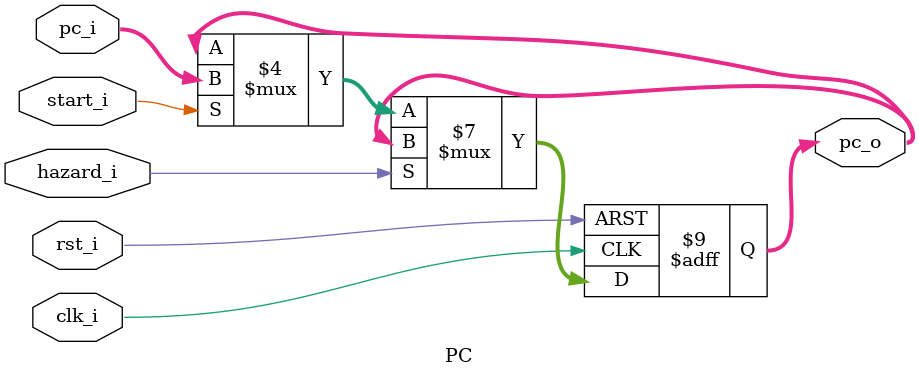
<source format=v>
module PC
(
    clk_i,
    rst_i,
    start_i,
    pc_i,
	hazard_i,
    pc_o
);

// Ports
input               clk_i;
input               rst_i;
input               start_i;
input   [31:0]      pc_i;
input				hazard_i;
output  [31:0]      pc_o;

// Wires & Registers
reg     [31:0]      pc_o;

always@(posedge clk_i or negedge rst_i) begin
    if(~rst_i)
        pc_o <= 32'b0;
    else if (hazard_i)
		pc_o <= pc_o;
	else begin
        if(start_i)
            pc_o <= pc_i;
        else
            pc_o <= pc_o;
    end
end

endmodule

</source>
